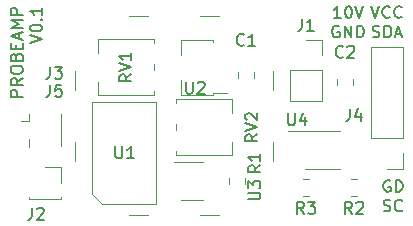
<source format=gbr>
%TF.GenerationSoftware,KiCad,Pcbnew,(5.1.6)-1*%
%TF.CreationDate,2020-10-30T20:39:21-07:00*%
%TF.ProjectId,frontendfull,66726f6e-7465-46e6-9466-756c6c2e6b69,rev?*%
%TF.SameCoordinates,Original*%
%TF.FileFunction,Legend,Top*%
%TF.FilePolarity,Positive*%
%FSLAX46Y46*%
G04 Gerber Fmt 4.6, Leading zero omitted, Abs format (unit mm)*
G04 Created by KiCad (PCBNEW (5.1.6)-1) date 2020-10-30 20:39:21*
%MOMM*%
%LPD*%
G01*
G04 APERTURE LIST*
%ADD10C,0.150000*%
%ADD11C,0.120000*%
G04 APERTURE END LIST*
D10*
X104028952Y-93353380D02*
X103457523Y-93353380D01*
X103743238Y-93353380D02*
X103743238Y-92353380D01*
X103648000Y-92496238D01*
X103552761Y-92591476D01*
X103457523Y-92639095D01*
X104648000Y-92353380D02*
X104743238Y-92353380D01*
X104838476Y-92401000D01*
X104886095Y-92448619D01*
X104933714Y-92543857D01*
X104981333Y-92734333D01*
X104981333Y-92972428D01*
X104933714Y-93162904D01*
X104886095Y-93258142D01*
X104838476Y-93305761D01*
X104743238Y-93353380D01*
X104648000Y-93353380D01*
X104552761Y-93305761D01*
X104505142Y-93258142D01*
X104457523Y-93162904D01*
X104409904Y-92972428D01*
X104409904Y-92734333D01*
X104457523Y-92543857D01*
X104505142Y-92448619D01*
X104552761Y-92401000D01*
X104648000Y-92353380D01*
X105267047Y-92353380D02*
X105600380Y-93353380D01*
X105933714Y-92353380D01*
X103886095Y-94051000D02*
X103790857Y-94003380D01*
X103648000Y-94003380D01*
X103505142Y-94051000D01*
X103409904Y-94146238D01*
X103362285Y-94241476D01*
X103314666Y-94431952D01*
X103314666Y-94574809D01*
X103362285Y-94765285D01*
X103409904Y-94860523D01*
X103505142Y-94955761D01*
X103648000Y-95003380D01*
X103743238Y-95003380D01*
X103886095Y-94955761D01*
X103933714Y-94908142D01*
X103933714Y-94574809D01*
X103743238Y-94574809D01*
X104362285Y-95003380D02*
X104362285Y-94003380D01*
X104933714Y-95003380D01*
X104933714Y-94003380D01*
X105409904Y-95003380D02*
X105409904Y-94003380D01*
X105648000Y-94003380D01*
X105790857Y-94051000D01*
X105886095Y-94146238D01*
X105933714Y-94241476D01*
X105981333Y-94431952D01*
X105981333Y-94574809D01*
X105933714Y-94765285D01*
X105886095Y-94860523D01*
X105790857Y-94955761D01*
X105648000Y-95003380D01*
X105409904Y-95003380D01*
X77097380Y-100013785D02*
X76097380Y-100013785D01*
X76097380Y-99632833D01*
X76145000Y-99537595D01*
X76192619Y-99489976D01*
X76287857Y-99442357D01*
X76430714Y-99442357D01*
X76525952Y-99489976D01*
X76573571Y-99537595D01*
X76621190Y-99632833D01*
X76621190Y-100013785D01*
X77097380Y-98442357D02*
X76621190Y-98775690D01*
X77097380Y-99013785D02*
X76097380Y-99013785D01*
X76097380Y-98632833D01*
X76145000Y-98537595D01*
X76192619Y-98489976D01*
X76287857Y-98442357D01*
X76430714Y-98442357D01*
X76525952Y-98489976D01*
X76573571Y-98537595D01*
X76621190Y-98632833D01*
X76621190Y-99013785D01*
X76097380Y-97823309D02*
X76097380Y-97632833D01*
X76145000Y-97537595D01*
X76240238Y-97442357D01*
X76430714Y-97394738D01*
X76764047Y-97394738D01*
X76954523Y-97442357D01*
X77049761Y-97537595D01*
X77097380Y-97632833D01*
X77097380Y-97823309D01*
X77049761Y-97918547D01*
X76954523Y-98013785D01*
X76764047Y-98061404D01*
X76430714Y-98061404D01*
X76240238Y-98013785D01*
X76145000Y-97918547D01*
X76097380Y-97823309D01*
X76573571Y-96632833D02*
X76621190Y-96489976D01*
X76668809Y-96442357D01*
X76764047Y-96394738D01*
X76906904Y-96394738D01*
X77002142Y-96442357D01*
X77049761Y-96489976D01*
X77097380Y-96585214D01*
X77097380Y-96966166D01*
X76097380Y-96966166D01*
X76097380Y-96632833D01*
X76145000Y-96537595D01*
X76192619Y-96489976D01*
X76287857Y-96442357D01*
X76383095Y-96442357D01*
X76478333Y-96489976D01*
X76525952Y-96537595D01*
X76573571Y-96632833D01*
X76573571Y-96966166D01*
X76573571Y-95966166D02*
X76573571Y-95632833D01*
X77097380Y-95489976D02*
X77097380Y-95966166D01*
X76097380Y-95966166D01*
X76097380Y-95489976D01*
X76811666Y-95109023D02*
X76811666Y-94632833D01*
X77097380Y-95204261D02*
X76097380Y-94870928D01*
X77097380Y-94537595D01*
X77097380Y-94204261D02*
X76097380Y-94204261D01*
X76811666Y-93870928D01*
X76097380Y-93537595D01*
X77097380Y-93537595D01*
X77097380Y-93061404D02*
X76097380Y-93061404D01*
X76097380Y-92680452D01*
X76145000Y-92585214D01*
X76192619Y-92537595D01*
X76287857Y-92489976D01*
X76430714Y-92489976D01*
X76525952Y-92537595D01*
X76573571Y-92585214D01*
X76621190Y-92680452D01*
X76621190Y-93061404D01*
X77747380Y-95442357D02*
X78747380Y-95109023D01*
X77747380Y-94775690D01*
X77747380Y-94251880D02*
X77747380Y-94156642D01*
X77795000Y-94061404D01*
X77842619Y-94013785D01*
X77937857Y-93966166D01*
X78128333Y-93918547D01*
X78366428Y-93918547D01*
X78556904Y-93966166D01*
X78652142Y-94013785D01*
X78699761Y-94061404D01*
X78747380Y-94156642D01*
X78747380Y-94251880D01*
X78699761Y-94347119D01*
X78652142Y-94394738D01*
X78556904Y-94442357D01*
X78366428Y-94489976D01*
X78128333Y-94489976D01*
X77937857Y-94442357D01*
X77842619Y-94394738D01*
X77795000Y-94347119D01*
X77747380Y-94251880D01*
X78652142Y-93489976D02*
X78699761Y-93442357D01*
X78747380Y-93489976D01*
X78699761Y-93537595D01*
X78652142Y-93489976D01*
X78747380Y-93489976D01*
X78747380Y-92489976D02*
X78747380Y-93061404D01*
X78747380Y-92775690D02*
X77747380Y-92775690D01*
X77890238Y-92870928D01*
X77985476Y-92966166D01*
X78033095Y-93061404D01*
X108219904Y-107133000D02*
X108124666Y-107085380D01*
X107981809Y-107085380D01*
X107838952Y-107133000D01*
X107743714Y-107228238D01*
X107696095Y-107323476D01*
X107648476Y-107513952D01*
X107648476Y-107656809D01*
X107696095Y-107847285D01*
X107743714Y-107942523D01*
X107838952Y-108037761D01*
X107981809Y-108085380D01*
X108077047Y-108085380D01*
X108219904Y-108037761D01*
X108267523Y-107990142D01*
X108267523Y-107656809D01*
X108077047Y-107656809D01*
X108696095Y-108085380D02*
X108696095Y-107085380D01*
X108934190Y-107085380D01*
X109077047Y-107133000D01*
X109172285Y-107228238D01*
X109219904Y-107323476D01*
X109267523Y-107513952D01*
X109267523Y-107656809D01*
X109219904Y-107847285D01*
X109172285Y-107942523D01*
X109077047Y-108037761D01*
X108934190Y-108085380D01*
X108696095Y-108085380D01*
X107672285Y-109687761D02*
X107815142Y-109735380D01*
X108053238Y-109735380D01*
X108148476Y-109687761D01*
X108196095Y-109640142D01*
X108243714Y-109544904D01*
X108243714Y-109449666D01*
X108196095Y-109354428D01*
X108148476Y-109306809D01*
X108053238Y-109259190D01*
X107862761Y-109211571D01*
X107767523Y-109163952D01*
X107719904Y-109116333D01*
X107672285Y-109021095D01*
X107672285Y-108925857D01*
X107719904Y-108830619D01*
X107767523Y-108783000D01*
X107862761Y-108735380D01*
X108100857Y-108735380D01*
X108243714Y-108783000D01*
X109243714Y-109640142D02*
X109196095Y-109687761D01*
X109053238Y-109735380D01*
X108958000Y-109735380D01*
X108815142Y-109687761D01*
X108719904Y-109592523D01*
X108672285Y-109497285D01*
X108624666Y-109306809D01*
X108624666Y-109163952D01*
X108672285Y-108973476D01*
X108719904Y-108878238D01*
X108815142Y-108783000D01*
X108958000Y-108735380D01*
X109053238Y-108735380D01*
X109196095Y-108783000D01*
X109243714Y-108830619D01*
X106616666Y-92353380D02*
X106950000Y-93353380D01*
X107283333Y-92353380D01*
X108188095Y-93258142D02*
X108140476Y-93305761D01*
X107997619Y-93353380D01*
X107902380Y-93353380D01*
X107759523Y-93305761D01*
X107664285Y-93210523D01*
X107616666Y-93115285D01*
X107569047Y-92924809D01*
X107569047Y-92781952D01*
X107616666Y-92591476D01*
X107664285Y-92496238D01*
X107759523Y-92401000D01*
X107902380Y-92353380D01*
X107997619Y-92353380D01*
X108140476Y-92401000D01*
X108188095Y-92448619D01*
X109188095Y-93258142D02*
X109140476Y-93305761D01*
X108997619Y-93353380D01*
X108902380Y-93353380D01*
X108759523Y-93305761D01*
X108664285Y-93210523D01*
X108616666Y-93115285D01*
X108569047Y-92924809D01*
X108569047Y-92781952D01*
X108616666Y-92591476D01*
X108664285Y-92496238D01*
X108759523Y-92401000D01*
X108902380Y-92353380D01*
X108997619Y-92353380D01*
X109140476Y-92401000D01*
X109188095Y-92448619D01*
X106735714Y-94955761D02*
X106878571Y-95003380D01*
X107116666Y-95003380D01*
X107211904Y-94955761D01*
X107259523Y-94908142D01*
X107307142Y-94812904D01*
X107307142Y-94717666D01*
X107259523Y-94622428D01*
X107211904Y-94574809D01*
X107116666Y-94527190D01*
X106926190Y-94479571D01*
X106830952Y-94431952D01*
X106783333Y-94384333D01*
X106735714Y-94289095D01*
X106735714Y-94193857D01*
X106783333Y-94098619D01*
X106830952Y-94051000D01*
X106926190Y-94003380D01*
X107164285Y-94003380D01*
X107307142Y-94051000D01*
X107735714Y-95003380D02*
X107735714Y-94003380D01*
X107973809Y-94003380D01*
X108116666Y-94051000D01*
X108211904Y-94146238D01*
X108259523Y-94241476D01*
X108307142Y-94431952D01*
X108307142Y-94574809D01*
X108259523Y-94765285D01*
X108211904Y-94860523D01*
X108116666Y-94955761D01*
X107973809Y-95003380D01*
X107735714Y-95003380D01*
X108688095Y-94717666D02*
X109164285Y-94717666D01*
X108592857Y-95003380D02*
X108926190Y-94003380D01*
X109259523Y-95003380D01*
D11*
%TO.C,J5*%
X98316000Y-103822000D02*
X98316000Y-105422000D01*
X81516000Y-103822000D02*
X81516000Y-105422000D01*
X98316000Y-97822000D02*
X98316000Y-99422000D01*
X81516000Y-97822000D02*
X81516000Y-99422000D01*
X92116000Y-110022000D02*
X93716000Y-110022000D01*
X92116000Y-93222000D02*
X93716000Y-93222000D01*
X86116000Y-110022000D02*
X87716000Y-110022000D01*
X86116000Y-93222000D02*
X87716000Y-93222000D01*
%TO.C,U3*%
X92340000Y-105512000D02*
X89890000Y-105512000D01*
X90540000Y-108732000D02*
X92340000Y-108732000D01*
%TO.C,RV2*%
X90086000Y-100246000D02*
X94826000Y-100246000D01*
X90086000Y-104986000D02*
X94826000Y-104986000D01*
X94826000Y-101376000D02*
X94826000Y-100246000D01*
X94826000Y-104986000D02*
X94826000Y-103856000D01*
X90086000Y-102875000D02*
X90086000Y-102356000D01*
X90086000Y-104986000D02*
X90086000Y-104655000D01*
X90086000Y-100576000D02*
X90086000Y-100246000D01*
%TO.C,R3*%
X101353252Y-106986000D02*
X100830748Y-106986000D01*
X101353252Y-108406000D02*
X100830748Y-108406000D01*
%TO.C,R2*%
X105417252Y-106986000D02*
X104894748Y-106986000D01*
X105417252Y-108406000D02*
X104894748Y-108406000D01*
%TO.C,U4*%
X102489000Y-102911000D02*
X99564000Y-102911000D01*
X102489000Y-102911000D02*
X103989000Y-102911000D01*
X102489000Y-106131000D02*
X100989000Y-106131000D01*
X102489000Y-106131000D02*
X103989000Y-106131000D01*
%TO.C,U2*%
X93262000Y-95176000D02*
X93262000Y-95406000D01*
X93262000Y-99896000D02*
X93262000Y-99666000D01*
X93262000Y-99896000D02*
X90542000Y-99896000D01*
X90542000Y-99896000D02*
X90542000Y-98586000D01*
X94402000Y-99666000D02*
X93262000Y-99666000D01*
X90542000Y-95176000D02*
X93262000Y-95176000D01*
X90542000Y-96486000D02*
X90542000Y-95176000D01*
%TO.C,U1*%
X88430000Y-109075000D02*
X83820000Y-109075000D01*
X88430000Y-100475000D02*
X88430000Y-109075000D01*
X83020000Y-100475000D02*
X88430000Y-100475000D01*
X83020000Y-108275000D02*
X83020000Y-100475000D01*
X83820000Y-109075000D02*
X83020000Y-108275000D01*
%TO.C,RV1*%
X88222000Y-99906000D02*
X83482000Y-99906000D01*
X88222000Y-95166000D02*
X83482000Y-95166000D01*
X83482000Y-98776000D02*
X83482000Y-99906000D01*
X83482000Y-95166000D02*
X83482000Y-96296000D01*
X88222000Y-97277000D02*
X88222000Y-97796000D01*
X88222000Y-95166000D02*
X88222000Y-95497000D01*
X88222000Y-99576000D02*
X88222000Y-99906000D01*
%TO.C,R1*%
X94540000Y-106926748D02*
X94540000Y-107449252D01*
X95960000Y-106926748D02*
X95960000Y-107449252D01*
%TO.C,J4*%
X109280000Y-106105000D02*
X107950000Y-106105000D01*
X109280000Y-104775000D02*
X109280000Y-106105000D01*
X109280000Y-103505000D02*
X106620000Y-103505000D01*
X106620000Y-103505000D02*
X106620000Y-95825000D01*
X109280000Y-103505000D02*
X109280000Y-95825000D01*
X109280000Y-95825000D02*
X106620000Y-95825000D01*
%TO.C,J3*%
X77634000Y-101470000D02*
X77634000Y-102110000D01*
X77634000Y-104270000D02*
X77634000Y-103630000D01*
X77634000Y-102110000D02*
X77004000Y-102110000D01*
X80354000Y-101520000D02*
X80354000Y-104220000D01*
%TO.C,J2*%
X78994000Y-105985000D02*
X80324000Y-105985000D01*
X80324000Y-105985000D02*
X80324000Y-107315000D01*
X80324000Y-108525000D02*
X80324000Y-108645000D01*
X77664000Y-108525000D02*
X77664000Y-108645000D01*
X77664000Y-108645000D02*
X80324000Y-108645000D01*
%TO.C,J1*%
X101092000Y-95190000D02*
X102422000Y-95190000D01*
X102422000Y-95190000D02*
X102422000Y-96520000D01*
X102422000Y-97790000D02*
X102422000Y-100390000D01*
X99762000Y-100390000D02*
X102422000Y-100390000D01*
X99762000Y-97790000D02*
X99762000Y-100390000D01*
X99762000Y-97790000D02*
X102422000Y-97790000D01*
%TO.C,C2*%
X105104000Y-99067252D02*
X105104000Y-98544748D01*
X103684000Y-99067252D02*
X103684000Y-98544748D01*
%TO.C,C1*%
X95302000Y-97918748D02*
X95302000Y-98441252D01*
X96722000Y-97918748D02*
X96722000Y-98441252D01*
%TO.C,J5*%
D10*
X79422666Y-99020380D02*
X79422666Y-99734666D01*
X79375047Y-99877523D01*
X79279809Y-99972761D01*
X79136952Y-100020380D01*
X79041714Y-100020380D01*
X80375047Y-99020380D02*
X79898857Y-99020380D01*
X79851238Y-99496571D01*
X79898857Y-99448952D01*
X79994095Y-99401333D01*
X80232190Y-99401333D01*
X80327428Y-99448952D01*
X80375047Y-99496571D01*
X80422666Y-99591809D01*
X80422666Y-99829904D01*
X80375047Y-99925142D01*
X80327428Y-99972761D01*
X80232190Y-100020380D01*
X79994095Y-100020380D01*
X79898857Y-99972761D01*
X79851238Y-99925142D01*
%TO.C,U3*%
X96226380Y-108711904D02*
X97035904Y-108711904D01*
X97131142Y-108664285D01*
X97178761Y-108616666D01*
X97226380Y-108521428D01*
X97226380Y-108330952D01*
X97178761Y-108235714D01*
X97131142Y-108188095D01*
X97035904Y-108140476D01*
X96226380Y-108140476D01*
X96226380Y-107759523D02*
X96226380Y-107140476D01*
X96607333Y-107473809D01*
X96607333Y-107330952D01*
X96654952Y-107235714D01*
X96702571Y-107188095D01*
X96797809Y-107140476D01*
X97035904Y-107140476D01*
X97131142Y-107188095D01*
X97178761Y-107235714D01*
X97226380Y-107330952D01*
X97226380Y-107616666D01*
X97178761Y-107711904D01*
X97131142Y-107759523D01*
%TO.C,RV2*%
X96972380Y-103211238D02*
X96496190Y-103544571D01*
X96972380Y-103782666D02*
X95972380Y-103782666D01*
X95972380Y-103401714D01*
X96020000Y-103306476D01*
X96067619Y-103258857D01*
X96162857Y-103211238D01*
X96305714Y-103211238D01*
X96400952Y-103258857D01*
X96448571Y-103306476D01*
X96496190Y-103401714D01*
X96496190Y-103782666D01*
X95972380Y-102925523D02*
X96972380Y-102592190D01*
X95972380Y-102258857D01*
X96067619Y-101973142D02*
X96020000Y-101925523D01*
X95972380Y-101830285D01*
X95972380Y-101592190D01*
X96020000Y-101496952D01*
X96067619Y-101449333D01*
X96162857Y-101401714D01*
X96258095Y-101401714D01*
X96400952Y-101449333D01*
X96972380Y-102020761D01*
X96972380Y-101401714D01*
%TO.C,R3*%
X100925333Y-109926380D02*
X100592000Y-109450190D01*
X100353904Y-109926380D02*
X100353904Y-108926380D01*
X100734857Y-108926380D01*
X100830095Y-108974000D01*
X100877714Y-109021619D01*
X100925333Y-109116857D01*
X100925333Y-109259714D01*
X100877714Y-109354952D01*
X100830095Y-109402571D01*
X100734857Y-109450190D01*
X100353904Y-109450190D01*
X101258666Y-108926380D02*
X101877714Y-108926380D01*
X101544380Y-109307333D01*
X101687238Y-109307333D01*
X101782476Y-109354952D01*
X101830095Y-109402571D01*
X101877714Y-109497809D01*
X101877714Y-109735904D01*
X101830095Y-109831142D01*
X101782476Y-109878761D01*
X101687238Y-109926380D01*
X101401523Y-109926380D01*
X101306285Y-109878761D01*
X101258666Y-109831142D01*
%TO.C,R2*%
X104989333Y-109926380D02*
X104656000Y-109450190D01*
X104417904Y-109926380D02*
X104417904Y-108926380D01*
X104798857Y-108926380D01*
X104894095Y-108974000D01*
X104941714Y-109021619D01*
X104989333Y-109116857D01*
X104989333Y-109259714D01*
X104941714Y-109354952D01*
X104894095Y-109402571D01*
X104798857Y-109450190D01*
X104417904Y-109450190D01*
X105370285Y-109021619D02*
X105417904Y-108974000D01*
X105513142Y-108926380D01*
X105751238Y-108926380D01*
X105846476Y-108974000D01*
X105894095Y-109021619D01*
X105941714Y-109116857D01*
X105941714Y-109212095D01*
X105894095Y-109354952D01*
X105322666Y-109926380D01*
X105941714Y-109926380D01*
%TO.C,U4*%
X99568095Y-101433380D02*
X99568095Y-102242904D01*
X99615714Y-102338142D01*
X99663333Y-102385761D01*
X99758571Y-102433380D01*
X99949047Y-102433380D01*
X100044285Y-102385761D01*
X100091904Y-102338142D01*
X100139523Y-102242904D01*
X100139523Y-101433380D01*
X101044285Y-101766714D02*
X101044285Y-102433380D01*
X100806190Y-101385761D02*
X100568095Y-102100047D01*
X101187142Y-102100047D01*
%TO.C,U2*%
X90932095Y-98766380D02*
X90932095Y-99575904D01*
X90979714Y-99671142D01*
X91027333Y-99718761D01*
X91122571Y-99766380D01*
X91313047Y-99766380D01*
X91408285Y-99718761D01*
X91455904Y-99671142D01*
X91503523Y-99575904D01*
X91503523Y-98766380D01*
X91932095Y-98861619D02*
X91979714Y-98814000D01*
X92074952Y-98766380D01*
X92313047Y-98766380D01*
X92408285Y-98814000D01*
X92455904Y-98861619D01*
X92503523Y-98956857D01*
X92503523Y-99052095D01*
X92455904Y-99194952D01*
X91884476Y-99766380D01*
X92503523Y-99766380D01*
%TO.C,U1*%
X84963095Y-104227380D02*
X84963095Y-105036904D01*
X85010714Y-105132142D01*
X85058333Y-105179761D01*
X85153571Y-105227380D01*
X85344047Y-105227380D01*
X85439285Y-105179761D01*
X85486904Y-105132142D01*
X85534523Y-105036904D01*
X85534523Y-104227380D01*
X86534523Y-105227380D02*
X85963095Y-105227380D01*
X86248809Y-105227380D02*
X86248809Y-104227380D01*
X86153571Y-104370238D01*
X86058333Y-104465476D01*
X85963095Y-104513095D01*
%TO.C,RV1*%
X86304380Y-98131238D02*
X85828190Y-98464571D01*
X86304380Y-98702666D02*
X85304380Y-98702666D01*
X85304380Y-98321714D01*
X85352000Y-98226476D01*
X85399619Y-98178857D01*
X85494857Y-98131238D01*
X85637714Y-98131238D01*
X85732952Y-98178857D01*
X85780571Y-98226476D01*
X85828190Y-98321714D01*
X85828190Y-98702666D01*
X85304380Y-97845523D02*
X86304380Y-97512190D01*
X85304380Y-97178857D01*
X86304380Y-96321714D02*
X86304380Y-96893142D01*
X86304380Y-96607428D02*
X85304380Y-96607428D01*
X85447238Y-96702666D01*
X85542476Y-96797904D01*
X85590095Y-96893142D01*
%TO.C,R1*%
X97226380Y-105830666D02*
X96750190Y-106164000D01*
X97226380Y-106402095D02*
X96226380Y-106402095D01*
X96226380Y-106021142D01*
X96274000Y-105925904D01*
X96321619Y-105878285D01*
X96416857Y-105830666D01*
X96559714Y-105830666D01*
X96654952Y-105878285D01*
X96702571Y-105925904D01*
X96750190Y-106021142D01*
X96750190Y-106402095D01*
X97226380Y-104878285D02*
X97226380Y-105449714D01*
X97226380Y-105164000D02*
X96226380Y-105164000D01*
X96369238Y-105259238D01*
X96464476Y-105354476D01*
X96512095Y-105449714D01*
%TO.C,J4*%
X104822666Y-101052380D02*
X104822666Y-101766666D01*
X104775047Y-101909523D01*
X104679809Y-102004761D01*
X104536952Y-102052380D01*
X104441714Y-102052380D01*
X105727428Y-101385714D02*
X105727428Y-102052380D01*
X105489333Y-101004761D02*
X105251238Y-101719047D01*
X105870285Y-101719047D01*
%TO.C,J3*%
X79422666Y-97496380D02*
X79422666Y-98210666D01*
X79375047Y-98353523D01*
X79279809Y-98448761D01*
X79136952Y-98496380D01*
X79041714Y-98496380D01*
X79803619Y-97496380D02*
X80422666Y-97496380D01*
X80089333Y-97877333D01*
X80232190Y-97877333D01*
X80327428Y-97924952D01*
X80375047Y-97972571D01*
X80422666Y-98067809D01*
X80422666Y-98305904D01*
X80375047Y-98401142D01*
X80327428Y-98448761D01*
X80232190Y-98496380D01*
X79946476Y-98496380D01*
X79851238Y-98448761D01*
X79803619Y-98401142D01*
%TO.C,J2*%
X77898666Y-109434380D02*
X77898666Y-110148666D01*
X77851047Y-110291523D01*
X77755809Y-110386761D01*
X77612952Y-110434380D01*
X77517714Y-110434380D01*
X78327238Y-109529619D02*
X78374857Y-109482000D01*
X78470095Y-109434380D01*
X78708190Y-109434380D01*
X78803428Y-109482000D01*
X78851047Y-109529619D01*
X78898666Y-109624857D01*
X78898666Y-109720095D01*
X78851047Y-109862952D01*
X78279619Y-110434380D01*
X78898666Y-110434380D01*
%TO.C,J1*%
X100758666Y-93432380D02*
X100758666Y-94146666D01*
X100711047Y-94289523D01*
X100615809Y-94384761D01*
X100472952Y-94432380D01*
X100377714Y-94432380D01*
X101758666Y-94432380D02*
X101187238Y-94432380D01*
X101472952Y-94432380D02*
X101472952Y-93432380D01*
X101377714Y-93575238D01*
X101282476Y-93670476D01*
X101187238Y-93718095D01*
%TO.C,C2*%
X104227333Y-96623142D02*
X104179714Y-96670761D01*
X104036857Y-96718380D01*
X103941619Y-96718380D01*
X103798761Y-96670761D01*
X103703523Y-96575523D01*
X103655904Y-96480285D01*
X103608285Y-96289809D01*
X103608285Y-96146952D01*
X103655904Y-95956476D01*
X103703523Y-95861238D01*
X103798761Y-95766000D01*
X103941619Y-95718380D01*
X104036857Y-95718380D01*
X104179714Y-95766000D01*
X104227333Y-95813619D01*
X104608285Y-95813619D02*
X104655904Y-95766000D01*
X104751142Y-95718380D01*
X104989238Y-95718380D01*
X105084476Y-95766000D01*
X105132095Y-95813619D01*
X105179714Y-95908857D01*
X105179714Y-96004095D01*
X105132095Y-96146952D01*
X104560666Y-96718380D01*
X105179714Y-96718380D01*
%TO.C,C1*%
X95845333Y-95607142D02*
X95797714Y-95654761D01*
X95654857Y-95702380D01*
X95559619Y-95702380D01*
X95416761Y-95654761D01*
X95321523Y-95559523D01*
X95273904Y-95464285D01*
X95226285Y-95273809D01*
X95226285Y-95130952D01*
X95273904Y-94940476D01*
X95321523Y-94845238D01*
X95416761Y-94750000D01*
X95559619Y-94702380D01*
X95654857Y-94702380D01*
X95797714Y-94750000D01*
X95845333Y-94797619D01*
X96797714Y-95702380D02*
X96226285Y-95702380D01*
X96512000Y-95702380D02*
X96512000Y-94702380D01*
X96416761Y-94845238D01*
X96321523Y-94940476D01*
X96226285Y-94988095D01*
%TD*%
M02*

</source>
